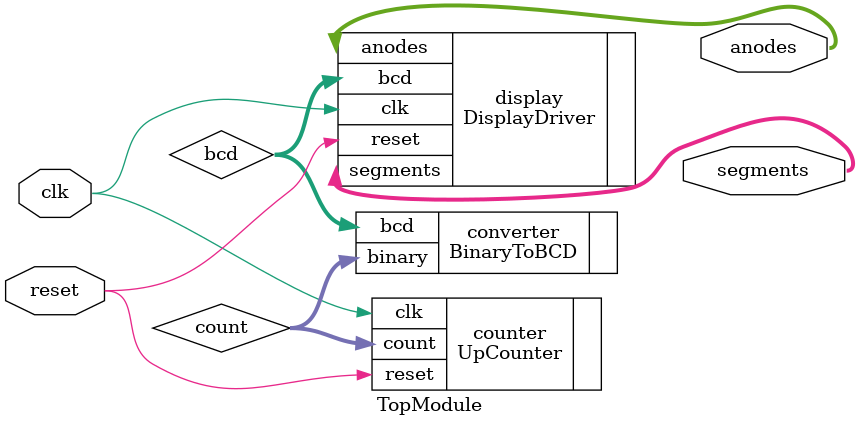
<source format=v>
`timescale 1ns / 1ps


module TopModule (
    input wire clk,
    input wire reset,
    output wire [6:0] segments,
    output wire [3:0] anodes
);
    wire [11:0] count;
    wire [15:0] bcd;

    // Instantiate the UpCounter
    UpCounter counter (
        .clk(clk),
        .reset(reset),
        .count(count)
    );
    // Instantiate the BinaryToBCD converter
    BinaryToBCD converter (
        .binary(count),
        .bcd(bcd)
    );
    // Instantiate the DisplayDriver
    DisplayDriver display (
        .clk(clk),
        .reset(reset),
        .bcd(bcd),
        .segments(segments),
        .anodes(anodes)
    );
endmodule


</source>
